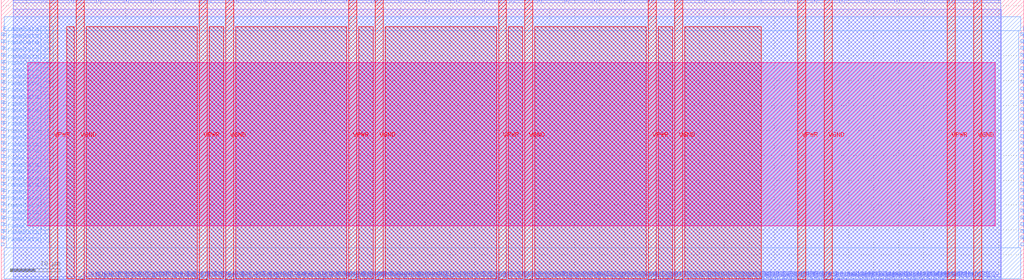
<source format=lef>
VERSION 5.7 ;
  NOWIREEXTENSIONATPIN ON ;
  DIVIDERCHAR "/" ;
  BUSBITCHARS "[]" ;
MACRO N_IO
  CLASS BLOCK ;
  FOREIGN N_IO ;
  ORIGIN 0.000 0.000 ;
  SIZE 205.000 BY 56.250 ;
  PIN A_I_top
    DIRECTION OUTPUT ;
    USE SIGNAL ;
    ANTENNADIFFAREA 0.445500 ;
    PORT
      LAYER met2 ;
        RECT 13.890 55.970 14.170 56.250 ;
    END
  END A_I_top
  PIN A_O_top
    DIRECTION INPUT ;
    USE SIGNAL ;
    ANTENNAGATEAREA 0.159000 ;
    PORT
      LAYER met2 ;
        RECT 8.370 55.970 8.650 56.250 ;
    END
  END A_O_top
  PIN A_T_top
    DIRECTION OUTPUT ;
    USE SIGNAL ;
    ANTENNADIFFAREA 0.445500 ;
    PORT
      LAYER met2 ;
        RECT 19.410 55.970 19.690 56.250 ;
    END
  END A_T_top
  PIN A_config_C_bit0
    DIRECTION OUTPUT ;
    USE SIGNAL ;
    ANTENNADIFFAREA 0.445500 ;
    PORT
      LAYER met2 ;
        RECT 41.490 55.970 41.770 56.250 ;
    END
  END A_config_C_bit0
  PIN A_config_C_bit1
    DIRECTION OUTPUT ;
    USE SIGNAL ;
    ANTENNADIFFAREA 0.445500 ;
    PORT
      LAYER met2 ;
        RECT 47.010 55.970 47.290 56.250 ;
    END
  END A_config_C_bit1
  PIN A_config_C_bit2
    DIRECTION OUTPUT ;
    USE SIGNAL ;
    ANTENNADIFFAREA 0.445500 ;
    PORT
      LAYER met2 ;
        RECT 52.530 55.970 52.810 56.250 ;
    END
  END A_config_C_bit2
  PIN A_config_C_bit3
    DIRECTION OUTPUT ;
    USE SIGNAL ;
    ANTENNADIFFAREA 0.445500 ;
    PORT
      LAYER met2 ;
        RECT 58.050 55.970 58.330 56.250 ;
    END
  END A_config_C_bit3
  PIN B_I_top
    DIRECTION OUTPUT ;
    USE SIGNAL ;
    ANTENNADIFFAREA 0.445500 ;
    PORT
      LAYER met2 ;
        RECT 30.450 55.970 30.730 56.250 ;
    END
  END B_I_top
  PIN B_O_top
    DIRECTION INPUT ;
    USE SIGNAL ;
    ANTENNAGATEAREA 0.159000 ;
    PORT
      LAYER met2 ;
        RECT 24.930 55.970 25.210 56.250 ;
    END
  END B_O_top
  PIN B_T_top
    DIRECTION OUTPUT ;
    USE SIGNAL ;
    ANTENNADIFFAREA 0.445500 ;
    PORT
      LAYER met2 ;
        RECT 35.970 55.970 36.250 56.250 ;
    END
  END B_T_top
  PIN B_config_C_bit0
    DIRECTION OUTPUT ;
    USE SIGNAL ;
    ANTENNADIFFAREA 0.445500 ;
    PORT
      LAYER met2 ;
        RECT 63.570 55.970 63.850 56.250 ;
    END
  END B_config_C_bit0
  PIN B_config_C_bit1
    DIRECTION OUTPUT ;
    USE SIGNAL ;
    ANTENNADIFFAREA 0.445500 ;
    PORT
      LAYER met2 ;
        RECT 69.090 55.970 69.370 56.250 ;
    END
  END B_config_C_bit1
  PIN B_config_C_bit2
    DIRECTION OUTPUT ;
    USE SIGNAL ;
    ANTENNADIFFAREA 0.445500 ;
    PORT
      LAYER met2 ;
        RECT 74.610 55.970 74.890 56.250 ;
    END
  END B_config_C_bit2
  PIN B_config_C_bit3
    DIRECTION OUTPUT ;
    USE SIGNAL ;
    ANTENNADIFFAREA 0.445500 ;
    PORT
      LAYER met2 ;
        RECT 80.130 55.970 80.410 56.250 ;
    END
  END B_config_C_bit3
  PIN Ci
    DIRECTION INPUT ;
    USE SIGNAL ;
    PORT
      LAYER met2 ;
        RECT 87.950 0.000 88.230 0.280 ;
    END
  END Ci
  PIN FrameData[0]
    DIRECTION INPUT ;
    USE SIGNAL ;
    ANTENNAGATEAREA 0.196500 ;
    PORT
      LAYER met3 ;
        RECT 0.000 6.840 0.600 7.440 ;
    END
  END FrameData[0]
  PIN FrameData[10]
    DIRECTION INPUT ;
    USE SIGNAL ;
    ANTENNAGATEAREA 0.213000 ;
    PORT
      LAYER met3 ;
        RECT 0.000 20.440 0.600 21.040 ;
    END
  END FrameData[10]
  PIN FrameData[11]
    DIRECTION INPUT ;
    USE SIGNAL ;
    ANTENNAGATEAREA 0.213000 ;
    PORT
      LAYER met3 ;
        RECT 0.000 21.800 0.600 22.400 ;
    END
  END FrameData[11]
  PIN FrameData[12]
    DIRECTION INPUT ;
    USE SIGNAL ;
    ANTENNAGATEAREA 0.213000 ;
    PORT
      LAYER met3 ;
        RECT 0.000 23.160 0.600 23.760 ;
    END
  END FrameData[12]
  PIN FrameData[13]
    DIRECTION INPUT ;
    USE SIGNAL ;
    ANTENNAGATEAREA 0.213000 ;
    PORT
      LAYER met3 ;
        RECT 0.000 24.520 0.600 25.120 ;
    END
  END FrameData[13]
  PIN FrameData[14]
    DIRECTION INPUT ;
    USE SIGNAL ;
    ANTENNAGATEAREA 0.213000 ;
    PORT
      LAYER met3 ;
        RECT 0.000 25.880 0.600 26.480 ;
    END
  END FrameData[14]
  PIN FrameData[15]
    DIRECTION INPUT ;
    USE SIGNAL ;
    ANTENNAGATEAREA 0.213000 ;
    PORT
      LAYER met3 ;
        RECT 0.000 27.240 0.600 27.840 ;
    END
  END FrameData[15]
  PIN FrameData[16]
    DIRECTION INPUT ;
    USE SIGNAL ;
    ANTENNAGATEAREA 0.213000 ;
    PORT
      LAYER met3 ;
        RECT 0.000 28.600 0.600 29.200 ;
    END
  END FrameData[16]
  PIN FrameData[17]
    DIRECTION INPUT ;
    USE SIGNAL ;
    ANTENNAGATEAREA 0.213000 ;
    PORT
      LAYER met3 ;
        RECT 0.000 29.960 0.600 30.560 ;
    END
  END FrameData[17]
  PIN FrameData[18]
    DIRECTION INPUT ;
    USE SIGNAL ;
    ANTENNAGATEAREA 0.126000 ;
    PORT
      LAYER met3 ;
        RECT 0.000 31.320 0.600 31.920 ;
    END
  END FrameData[18]
  PIN FrameData[19]
    DIRECTION INPUT ;
    USE SIGNAL ;
    ANTENNAGATEAREA 0.126000 ;
    PORT
      LAYER met3 ;
        RECT 0.000 32.680 0.600 33.280 ;
    END
  END FrameData[19]
  PIN FrameData[1]
    DIRECTION INPUT ;
    USE SIGNAL ;
    ANTENNAGATEAREA 0.196500 ;
    PORT
      LAYER met3 ;
        RECT 0.000 8.200 0.600 8.800 ;
    END
  END FrameData[1]
  PIN FrameData[20]
    DIRECTION INPUT ;
    USE SIGNAL ;
    ANTENNAGATEAREA 0.213000 ;
    PORT
      LAYER met3 ;
        RECT 0.000 34.040 0.600 34.640 ;
    END
  END FrameData[20]
  PIN FrameData[21]
    DIRECTION INPUT ;
    USE SIGNAL ;
    ANTENNAGATEAREA 0.213000 ;
    PORT
      LAYER met3 ;
        RECT 0.000 35.400 0.600 36.000 ;
    END
  END FrameData[21]
  PIN FrameData[22]
    DIRECTION INPUT ;
    USE SIGNAL ;
    ANTENNAGATEAREA 0.213000 ;
    PORT
      LAYER met3 ;
        RECT 0.000 36.760 0.600 37.360 ;
    END
  END FrameData[22]
  PIN FrameData[23]
    DIRECTION INPUT ;
    USE SIGNAL ;
    ANTENNAGATEAREA 0.213000 ;
    PORT
      LAYER met3 ;
        RECT 0.000 38.120 0.600 38.720 ;
    END
  END FrameData[23]
  PIN FrameData[24]
    DIRECTION INPUT ;
    USE SIGNAL ;
    ANTENNAGATEAREA 0.213000 ;
    PORT
      LAYER met3 ;
        RECT 0.000 39.480 0.600 40.080 ;
    END
  END FrameData[24]
  PIN FrameData[25]
    DIRECTION INPUT ;
    USE SIGNAL ;
    ANTENNAGATEAREA 0.213000 ;
    PORT
      LAYER met3 ;
        RECT 0.000 40.840 0.600 41.440 ;
    END
  END FrameData[25]
  PIN FrameData[26]
    DIRECTION INPUT ;
    USE SIGNAL ;
    ANTENNAGATEAREA 0.213000 ;
    PORT
      LAYER met3 ;
        RECT 0.000 42.200 0.600 42.800 ;
    END
  END FrameData[26]
  PIN FrameData[27]
    DIRECTION INPUT ;
    USE SIGNAL ;
    ANTENNAGATEAREA 0.213000 ;
    PORT
      LAYER met3 ;
        RECT 0.000 43.560 0.600 44.160 ;
    END
  END FrameData[27]
  PIN FrameData[28]
    DIRECTION INPUT ;
    USE SIGNAL ;
    ANTENNAGATEAREA 0.126000 ;
    PORT
      LAYER met3 ;
        RECT 0.000 44.920 0.600 45.520 ;
    END
  END FrameData[28]
  PIN FrameData[29]
    DIRECTION INPUT ;
    USE SIGNAL ;
    ANTENNAGATEAREA 0.213000 ;
    PORT
      LAYER met3 ;
        RECT 0.000 46.280 0.600 46.880 ;
    END
  END FrameData[29]
  PIN FrameData[2]
    DIRECTION INPUT ;
    USE SIGNAL ;
    ANTENNAGATEAREA 0.213000 ;
    PORT
      LAYER met3 ;
        RECT 0.000 9.560 0.600 10.160 ;
    END
  END FrameData[2]
  PIN FrameData[30]
    DIRECTION INPUT ;
    USE SIGNAL ;
    ANTENNAGATEAREA 0.213000 ;
    PORT
      LAYER met3 ;
        RECT 0.000 47.640 0.600 48.240 ;
    END
  END FrameData[30]
  PIN FrameData[31]
    DIRECTION INPUT ;
    USE SIGNAL ;
    ANTENNAGATEAREA 0.213000 ;
    PORT
      LAYER met3 ;
        RECT 0.000 49.000 0.600 49.600 ;
    END
  END FrameData[31]
  PIN FrameData[3]
    DIRECTION INPUT ;
    USE SIGNAL ;
    ANTENNAGATEAREA 0.213000 ;
    PORT
      LAYER met3 ;
        RECT 0.000 10.920 0.600 11.520 ;
    END
  END FrameData[3]
  PIN FrameData[4]
    DIRECTION INPUT ;
    USE SIGNAL ;
    ANTENNAGATEAREA 0.213000 ;
    PORT
      LAYER met3 ;
        RECT 0.000 12.280 0.600 12.880 ;
    END
  END FrameData[4]
  PIN FrameData[5]
    DIRECTION INPUT ;
    USE SIGNAL ;
    ANTENNAGATEAREA 0.213000 ;
    PORT
      LAYER met3 ;
        RECT 0.000 13.640 0.600 14.240 ;
    END
  END FrameData[5]
  PIN FrameData[6]
    DIRECTION INPUT ;
    USE SIGNAL ;
    ANTENNAGATEAREA 0.213000 ;
    PORT
      LAYER met3 ;
        RECT 0.000 15.000 0.600 15.600 ;
    END
  END FrameData[6]
  PIN FrameData[7]
    DIRECTION INPUT ;
    USE SIGNAL ;
    ANTENNAGATEAREA 0.213000 ;
    PORT
      LAYER met3 ;
        RECT 0.000 16.360 0.600 16.960 ;
    END
  END FrameData[7]
  PIN FrameData[8]
    DIRECTION INPUT ;
    USE SIGNAL ;
    ANTENNAGATEAREA 0.213000 ;
    PORT
      LAYER met3 ;
        RECT 0.000 17.720 0.600 18.320 ;
    END
  END FrameData[8]
  PIN FrameData[9]
    DIRECTION INPUT ;
    USE SIGNAL ;
    ANTENNAGATEAREA 0.213000 ;
    PORT
      LAYER met3 ;
        RECT 0.000 19.080 0.600 19.680 ;
    END
  END FrameData[9]
  PIN FrameData_O[0]
    DIRECTION OUTPUT ;
    USE SIGNAL ;
    ANTENNADIFFAREA 0.445500 ;
    PORT
      LAYER met3 ;
        RECT 204.400 6.840 205.000 7.440 ;
    END
  END FrameData_O[0]
  PIN FrameData_O[10]
    DIRECTION OUTPUT ;
    USE SIGNAL ;
    ANTENNADIFFAREA 0.445500 ;
    PORT
      LAYER met3 ;
        RECT 204.400 20.440 205.000 21.040 ;
    END
  END FrameData_O[10]
  PIN FrameData_O[11]
    DIRECTION OUTPUT ;
    USE SIGNAL ;
    ANTENNADIFFAREA 0.445500 ;
    PORT
      LAYER met3 ;
        RECT 204.400 21.800 205.000 22.400 ;
    END
  END FrameData_O[11]
  PIN FrameData_O[12]
    DIRECTION OUTPUT ;
    USE SIGNAL ;
    ANTENNADIFFAREA 0.445500 ;
    PORT
      LAYER met3 ;
        RECT 204.400 23.160 205.000 23.760 ;
    END
  END FrameData_O[12]
  PIN FrameData_O[13]
    DIRECTION OUTPUT ;
    USE SIGNAL ;
    ANTENNADIFFAREA 0.445500 ;
    PORT
      LAYER met3 ;
        RECT 204.400 24.520 205.000 25.120 ;
    END
  END FrameData_O[13]
  PIN FrameData_O[14]
    DIRECTION OUTPUT ;
    USE SIGNAL ;
    ANTENNADIFFAREA 0.445500 ;
    PORT
      LAYER met3 ;
        RECT 204.400 25.880 205.000 26.480 ;
    END
  END FrameData_O[14]
  PIN FrameData_O[15]
    DIRECTION OUTPUT ;
    USE SIGNAL ;
    ANTENNADIFFAREA 0.445500 ;
    PORT
      LAYER met3 ;
        RECT 204.400 27.240 205.000 27.840 ;
    END
  END FrameData_O[15]
  PIN FrameData_O[16]
    DIRECTION OUTPUT ;
    USE SIGNAL ;
    ANTENNADIFFAREA 0.445500 ;
    PORT
      LAYER met3 ;
        RECT 204.400 28.600 205.000 29.200 ;
    END
  END FrameData_O[16]
  PIN FrameData_O[17]
    DIRECTION OUTPUT ;
    USE SIGNAL ;
    ANTENNADIFFAREA 0.445500 ;
    PORT
      LAYER met3 ;
        RECT 204.400 29.960 205.000 30.560 ;
    END
  END FrameData_O[17]
  PIN FrameData_O[18]
    DIRECTION OUTPUT ;
    USE SIGNAL ;
    ANTENNADIFFAREA 0.445500 ;
    PORT
      LAYER met3 ;
        RECT 204.400 31.320 205.000 31.920 ;
    END
  END FrameData_O[18]
  PIN FrameData_O[19]
    DIRECTION OUTPUT ;
    USE SIGNAL ;
    ANTENNADIFFAREA 0.445500 ;
    PORT
      LAYER met3 ;
        RECT 204.400 32.680 205.000 33.280 ;
    END
  END FrameData_O[19]
  PIN FrameData_O[1]
    DIRECTION OUTPUT ;
    USE SIGNAL ;
    ANTENNADIFFAREA 0.445500 ;
    PORT
      LAYER met3 ;
        RECT 204.400 8.200 205.000 8.800 ;
    END
  END FrameData_O[1]
  PIN FrameData_O[20]
    DIRECTION OUTPUT ;
    USE SIGNAL ;
    ANTENNADIFFAREA 0.445500 ;
    PORT
      LAYER met3 ;
        RECT 204.400 34.040 205.000 34.640 ;
    END
  END FrameData_O[20]
  PIN FrameData_O[21]
    DIRECTION OUTPUT ;
    USE SIGNAL ;
    ANTENNADIFFAREA 0.445500 ;
    PORT
      LAYER met3 ;
        RECT 204.400 35.400 205.000 36.000 ;
    END
  END FrameData_O[21]
  PIN FrameData_O[22]
    DIRECTION OUTPUT ;
    USE SIGNAL ;
    ANTENNADIFFAREA 0.445500 ;
    PORT
      LAYER met3 ;
        RECT 204.400 36.760 205.000 37.360 ;
    END
  END FrameData_O[22]
  PIN FrameData_O[23]
    DIRECTION OUTPUT ;
    USE SIGNAL ;
    ANTENNADIFFAREA 0.445500 ;
    PORT
      LAYER met3 ;
        RECT 204.400 38.120 205.000 38.720 ;
    END
  END FrameData_O[23]
  PIN FrameData_O[24]
    DIRECTION OUTPUT ;
    USE SIGNAL ;
    ANTENNADIFFAREA 0.445500 ;
    PORT
      LAYER met3 ;
        RECT 204.400 39.480 205.000 40.080 ;
    END
  END FrameData_O[24]
  PIN FrameData_O[25]
    DIRECTION OUTPUT ;
    USE SIGNAL ;
    ANTENNADIFFAREA 0.445500 ;
    PORT
      LAYER met3 ;
        RECT 204.400 40.840 205.000 41.440 ;
    END
  END FrameData_O[25]
  PIN FrameData_O[26]
    DIRECTION OUTPUT ;
    USE SIGNAL ;
    ANTENNADIFFAREA 0.445500 ;
    PORT
      LAYER met3 ;
        RECT 204.400 42.200 205.000 42.800 ;
    END
  END FrameData_O[26]
  PIN FrameData_O[27]
    DIRECTION OUTPUT ;
    USE SIGNAL ;
    ANTENNADIFFAREA 0.445500 ;
    PORT
      LAYER met3 ;
        RECT 204.400 43.560 205.000 44.160 ;
    END
  END FrameData_O[27]
  PIN FrameData_O[28]
    DIRECTION OUTPUT ;
    USE SIGNAL ;
    ANTENNADIFFAREA 0.445500 ;
    PORT
      LAYER met3 ;
        RECT 204.400 44.920 205.000 45.520 ;
    END
  END FrameData_O[28]
  PIN FrameData_O[29]
    DIRECTION OUTPUT ;
    USE SIGNAL ;
    ANTENNADIFFAREA 0.445500 ;
    PORT
      LAYER met3 ;
        RECT 204.400 46.280 205.000 46.880 ;
    END
  END FrameData_O[29]
  PIN FrameData_O[2]
    DIRECTION OUTPUT ;
    USE SIGNAL ;
    ANTENNADIFFAREA 0.445500 ;
    PORT
      LAYER met3 ;
        RECT 204.400 9.560 205.000 10.160 ;
    END
  END FrameData_O[2]
  PIN FrameData_O[30]
    DIRECTION OUTPUT ;
    USE SIGNAL ;
    ANTENNADIFFAREA 0.445500 ;
    PORT
      LAYER met3 ;
        RECT 204.400 47.640 205.000 48.240 ;
    END
  END FrameData_O[30]
  PIN FrameData_O[31]
    DIRECTION OUTPUT ;
    USE SIGNAL ;
    ANTENNADIFFAREA 0.445500 ;
    PORT
      LAYER met3 ;
        RECT 204.400 49.000 205.000 49.600 ;
    END
  END FrameData_O[31]
  PIN FrameData_O[3]
    DIRECTION OUTPUT ;
    USE SIGNAL ;
    ANTENNADIFFAREA 0.445500 ;
    PORT
      LAYER met3 ;
        RECT 204.400 10.920 205.000 11.520 ;
    END
  END FrameData_O[3]
  PIN FrameData_O[4]
    DIRECTION OUTPUT ;
    USE SIGNAL ;
    ANTENNADIFFAREA 0.445500 ;
    PORT
      LAYER met3 ;
        RECT 204.400 12.280 205.000 12.880 ;
    END
  END FrameData_O[4]
  PIN FrameData_O[5]
    DIRECTION OUTPUT ;
    USE SIGNAL ;
    ANTENNADIFFAREA 0.445500 ;
    PORT
      LAYER met3 ;
        RECT 204.400 13.640 205.000 14.240 ;
    END
  END FrameData_O[5]
  PIN FrameData_O[6]
    DIRECTION OUTPUT ;
    USE SIGNAL ;
    ANTENNADIFFAREA 0.445500 ;
    PORT
      LAYER met3 ;
        RECT 204.400 15.000 205.000 15.600 ;
    END
  END FrameData_O[6]
  PIN FrameData_O[7]
    DIRECTION OUTPUT ;
    USE SIGNAL ;
    ANTENNADIFFAREA 0.445500 ;
    PORT
      LAYER met3 ;
        RECT 204.400 16.360 205.000 16.960 ;
    END
  END FrameData_O[7]
  PIN FrameData_O[8]
    DIRECTION OUTPUT ;
    USE SIGNAL ;
    ANTENNADIFFAREA 0.445500 ;
    PORT
      LAYER met3 ;
        RECT 204.400 17.720 205.000 18.320 ;
    END
  END FrameData_O[8]
  PIN FrameData_O[9]
    DIRECTION OUTPUT ;
    USE SIGNAL ;
    ANTENNADIFFAREA 0.445500 ;
    PORT
      LAYER met3 ;
        RECT 204.400 19.080 205.000 19.680 ;
    END
  END FrameData_O[9]
  PIN FrameStrobe[0]
    DIRECTION INPUT ;
    USE SIGNAL ;
    ANTENNAGATEAREA 0.647700 ;
    ANTENNADIFFAREA 0.434700 ;
    PORT
      LAYER met2 ;
        RECT 162.470 0.000 162.750 0.280 ;
    END
  END FrameStrobe[0]
  PIN FrameStrobe[10]
    DIRECTION INPUT ;
    USE SIGNAL ;
    ANTENNAGATEAREA 0.196500 ;
    PORT
      LAYER met2 ;
        RECT 176.270 0.000 176.550 0.280 ;
    END
  END FrameStrobe[10]
  PIN FrameStrobe[11]
    DIRECTION INPUT ;
    USE SIGNAL ;
    ANTENNAGATEAREA 0.196500 ;
    PORT
      LAYER met2 ;
        RECT 177.650 0.000 177.930 0.280 ;
    END
  END FrameStrobe[11]
  PIN FrameStrobe[12]
    DIRECTION INPUT ;
    USE SIGNAL ;
    ANTENNAGATEAREA 0.196500 ;
    PORT
      LAYER met2 ;
        RECT 179.030 0.000 179.310 0.280 ;
    END
  END FrameStrobe[12]
  PIN FrameStrobe[13]
    DIRECTION INPUT ;
    USE SIGNAL ;
    ANTENNAGATEAREA 0.196500 ;
    PORT
      LAYER met2 ;
        RECT 180.410 0.000 180.690 0.280 ;
    END
  END FrameStrobe[13]
  PIN FrameStrobe[14]
    DIRECTION INPUT ;
    USE SIGNAL ;
    ANTENNAGATEAREA 0.196500 ;
    PORT
      LAYER met2 ;
        RECT 181.790 0.000 182.070 0.280 ;
    END
  END FrameStrobe[14]
  PIN FrameStrobe[15]
    DIRECTION INPUT ;
    USE SIGNAL ;
    ANTENNAGATEAREA 0.196500 ;
    PORT
      LAYER met2 ;
        RECT 183.170 0.000 183.450 0.280 ;
    END
  END FrameStrobe[15]
  PIN FrameStrobe[16]
    DIRECTION INPUT ;
    USE SIGNAL ;
    ANTENNAGATEAREA 0.196500 ;
    PORT
      LAYER met2 ;
        RECT 184.550 0.000 184.830 0.280 ;
    END
  END FrameStrobe[16]
  PIN FrameStrobe[17]
    DIRECTION INPUT ;
    USE SIGNAL ;
    ANTENNAGATEAREA 0.196500 ;
    PORT
      LAYER met2 ;
        RECT 185.930 0.000 186.210 0.280 ;
    END
  END FrameStrobe[17]
  PIN FrameStrobe[18]
    DIRECTION INPUT ;
    USE SIGNAL ;
    ANTENNAGATEAREA 0.196500 ;
    PORT
      LAYER met2 ;
        RECT 187.310 0.000 187.590 0.280 ;
    END
  END FrameStrobe[18]
  PIN FrameStrobe[19]
    DIRECTION INPUT ;
    USE SIGNAL ;
    ANTENNAGATEAREA 0.196500 ;
    PORT
      LAYER met2 ;
        RECT 188.690 0.000 188.970 0.280 ;
    END
  END FrameStrobe[19]
  PIN FrameStrobe[1]
    DIRECTION INPUT ;
    USE SIGNAL ;
    ANTENNAGATEAREA 0.647700 ;
    ANTENNADIFFAREA 0.434700 ;
    PORT
      LAYER met2 ;
        RECT 163.850 0.000 164.130 0.280 ;
    END
  END FrameStrobe[1]
  PIN FrameStrobe[2]
    DIRECTION INPUT ;
    USE SIGNAL ;
    ANTENNAGATEAREA 0.213000 ;
    PORT
      LAYER met2 ;
        RECT 165.230 0.000 165.510 0.280 ;
    END
  END FrameStrobe[2]
  PIN FrameStrobe[3]
    DIRECTION INPUT ;
    USE SIGNAL ;
    ANTENNAGATEAREA 0.593700 ;
    ANTENNADIFFAREA 0.434700 ;
    PORT
      LAYER met2 ;
        RECT 166.610 0.000 166.890 0.280 ;
    END
  END FrameStrobe[3]
  PIN FrameStrobe[4]
    DIRECTION INPUT ;
    USE SIGNAL ;
    ANTENNAGATEAREA 0.196500 ;
    PORT
      LAYER met2 ;
        RECT 167.990 0.000 168.270 0.280 ;
    END
  END FrameStrobe[4]
  PIN FrameStrobe[5]
    DIRECTION INPUT ;
    USE SIGNAL ;
    ANTENNAGATEAREA 0.196500 ;
    PORT
      LAYER met2 ;
        RECT 169.370 0.000 169.650 0.280 ;
    END
  END FrameStrobe[5]
  PIN FrameStrobe[6]
    DIRECTION INPUT ;
    USE SIGNAL ;
    ANTENNAGATEAREA 0.196500 ;
    PORT
      LAYER met2 ;
        RECT 170.750 0.000 171.030 0.280 ;
    END
  END FrameStrobe[6]
  PIN FrameStrobe[7]
    DIRECTION INPUT ;
    USE SIGNAL ;
    ANTENNAGATEAREA 0.196500 ;
    PORT
      LAYER met2 ;
        RECT 172.130 0.000 172.410 0.280 ;
    END
  END FrameStrobe[7]
  PIN FrameStrobe[8]
    DIRECTION INPUT ;
    USE SIGNAL ;
    ANTENNAGATEAREA 0.196500 ;
    PORT
      LAYER met2 ;
        RECT 173.510 0.000 173.790 0.280 ;
    END
  END FrameStrobe[8]
  PIN FrameStrobe[9]
    DIRECTION INPUT ;
    USE SIGNAL ;
    ANTENNAGATEAREA 0.196500 ;
    PORT
      LAYER met2 ;
        RECT 174.890 0.000 175.170 0.280 ;
    END
  END FrameStrobe[9]
  PIN FrameStrobe_O[0]
    DIRECTION OUTPUT ;
    USE SIGNAL ;
    ANTENNADIFFAREA 0.445500 ;
    PORT
      LAYER met2 ;
        RECT 91.170 55.970 91.450 56.250 ;
    END
  END FrameStrobe_O[0]
  PIN FrameStrobe_O[10]
    DIRECTION OUTPUT ;
    USE SIGNAL ;
    ANTENNADIFFAREA 0.445500 ;
    PORT
      LAYER met2 ;
        RECT 146.370 55.970 146.650 56.250 ;
    END
  END FrameStrobe_O[10]
  PIN FrameStrobe_O[11]
    DIRECTION OUTPUT ;
    USE SIGNAL ;
    ANTENNADIFFAREA 0.445500 ;
    PORT
      LAYER met2 ;
        RECT 151.890 55.970 152.170 56.250 ;
    END
  END FrameStrobe_O[11]
  PIN FrameStrobe_O[12]
    DIRECTION OUTPUT ;
    USE SIGNAL ;
    ANTENNADIFFAREA 0.445500 ;
    PORT
      LAYER met2 ;
        RECT 157.410 55.970 157.690 56.250 ;
    END
  END FrameStrobe_O[12]
  PIN FrameStrobe_O[13]
    DIRECTION OUTPUT ;
    USE SIGNAL ;
    ANTENNADIFFAREA 0.445500 ;
    PORT
      LAYER met2 ;
        RECT 162.930 55.970 163.210 56.250 ;
    END
  END FrameStrobe_O[13]
  PIN FrameStrobe_O[14]
    DIRECTION OUTPUT ;
    USE SIGNAL ;
    ANTENNADIFFAREA 0.445500 ;
    PORT
      LAYER met2 ;
        RECT 168.450 55.970 168.730 56.250 ;
    END
  END FrameStrobe_O[14]
  PIN FrameStrobe_O[15]
    DIRECTION OUTPUT ;
    USE SIGNAL ;
    ANTENNADIFFAREA 0.445500 ;
    PORT
      LAYER met2 ;
        RECT 173.970 55.970 174.250 56.250 ;
    END
  END FrameStrobe_O[15]
  PIN FrameStrobe_O[16]
    DIRECTION OUTPUT ;
    USE SIGNAL ;
    ANTENNADIFFAREA 0.445500 ;
    PORT
      LAYER met2 ;
        RECT 179.490 55.970 179.770 56.250 ;
    END
  END FrameStrobe_O[16]
  PIN FrameStrobe_O[17]
    DIRECTION OUTPUT ;
    USE SIGNAL ;
    ANTENNADIFFAREA 0.445500 ;
    PORT
      LAYER met2 ;
        RECT 185.010 55.970 185.290 56.250 ;
    END
  END FrameStrobe_O[17]
  PIN FrameStrobe_O[18]
    DIRECTION OUTPUT ;
    USE SIGNAL ;
    ANTENNADIFFAREA 0.445500 ;
    PORT
      LAYER met2 ;
        RECT 190.530 55.970 190.810 56.250 ;
    END
  END FrameStrobe_O[18]
  PIN FrameStrobe_O[19]
    DIRECTION OUTPUT ;
    USE SIGNAL ;
    ANTENNADIFFAREA 0.445500 ;
    PORT
      LAYER met2 ;
        RECT 196.050 55.970 196.330 56.250 ;
    END
  END FrameStrobe_O[19]
  PIN FrameStrobe_O[1]
    DIRECTION OUTPUT ;
    USE SIGNAL ;
    ANTENNADIFFAREA 0.445500 ;
    PORT
      LAYER met2 ;
        RECT 96.690 55.970 96.970 56.250 ;
    END
  END FrameStrobe_O[1]
  PIN FrameStrobe_O[2]
    DIRECTION OUTPUT ;
    USE SIGNAL ;
    ANTENNADIFFAREA 0.445500 ;
    PORT
      LAYER met2 ;
        RECT 102.210 55.970 102.490 56.250 ;
    END
  END FrameStrobe_O[2]
  PIN FrameStrobe_O[3]
    DIRECTION OUTPUT ;
    USE SIGNAL ;
    ANTENNADIFFAREA 0.445500 ;
    PORT
      LAYER met2 ;
        RECT 107.730 55.970 108.010 56.250 ;
    END
  END FrameStrobe_O[3]
  PIN FrameStrobe_O[4]
    DIRECTION OUTPUT ;
    USE SIGNAL ;
    ANTENNADIFFAREA 0.445500 ;
    PORT
      LAYER met2 ;
        RECT 113.250 55.970 113.530 56.250 ;
    END
  END FrameStrobe_O[4]
  PIN FrameStrobe_O[5]
    DIRECTION OUTPUT ;
    USE SIGNAL ;
    ANTENNADIFFAREA 0.445500 ;
    PORT
      LAYER met2 ;
        RECT 118.770 55.970 119.050 56.250 ;
    END
  END FrameStrobe_O[5]
  PIN FrameStrobe_O[6]
    DIRECTION OUTPUT ;
    USE SIGNAL ;
    ANTENNADIFFAREA 0.445500 ;
    PORT
      LAYER met2 ;
        RECT 124.290 55.970 124.570 56.250 ;
    END
  END FrameStrobe_O[6]
  PIN FrameStrobe_O[7]
    DIRECTION OUTPUT ;
    USE SIGNAL ;
    ANTENNADIFFAREA 0.445500 ;
    PORT
      LAYER met2 ;
        RECT 129.810 55.970 130.090 56.250 ;
    END
  END FrameStrobe_O[7]
  PIN FrameStrobe_O[8]
    DIRECTION OUTPUT ;
    USE SIGNAL ;
    ANTENNADIFFAREA 0.445500 ;
    PORT
      LAYER met2 ;
        RECT 135.330 55.970 135.610 56.250 ;
    END
  END FrameStrobe_O[8]
  PIN FrameStrobe_O[9]
    DIRECTION OUTPUT ;
    USE SIGNAL ;
    ANTENNADIFFAREA 0.445500 ;
    PORT
      LAYER met2 ;
        RECT 140.850 55.970 141.130 56.250 ;
    END
  END FrameStrobe_O[9]
  PIN N1END[0]
    DIRECTION INPUT ;
    USE SIGNAL ;
    ANTENNAGATEAREA 0.213000 ;
    PORT
      LAYER met2 ;
        RECT 16.190 0.000 16.470 0.280 ;
    END
  END N1END[0]
  PIN N1END[1]
    DIRECTION INPUT ;
    USE SIGNAL ;
    ANTENNAGATEAREA 0.213000 ;
    PORT
      LAYER met2 ;
        RECT 17.570 0.000 17.850 0.280 ;
    END
  END N1END[1]
  PIN N1END[2]
    DIRECTION INPUT ;
    USE SIGNAL ;
    ANTENNAGATEAREA 0.196500 ;
    PORT
      LAYER met2 ;
        RECT 18.950 0.000 19.230 0.280 ;
    END
  END N1END[2]
  PIN N1END[3]
    DIRECTION INPUT ;
    USE SIGNAL ;
    ANTENNAGATEAREA 0.213000 ;
    PORT
      LAYER met2 ;
        RECT 20.330 0.000 20.610 0.280 ;
    END
  END N1END[3]
  PIN N2END[0]
    DIRECTION INPUT ;
    USE SIGNAL ;
    ANTENNAGATEAREA 0.213000 ;
    PORT
      LAYER met2 ;
        RECT 32.750 0.000 33.030 0.280 ;
    END
  END N2END[0]
  PIN N2END[1]
    DIRECTION INPUT ;
    USE SIGNAL ;
    ANTENNAGATEAREA 0.196500 ;
    PORT
      LAYER met2 ;
        RECT 34.130 0.000 34.410 0.280 ;
    END
  END N2END[1]
  PIN N2END[2]
    DIRECTION INPUT ;
    USE SIGNAL ;
    ANTENNAGATEAREA 0.196500 ;
    PORT
      LAYER met2 ;
        RECT 35.510 0.000 35.790 0.280 ;
    END
  END N2END[2]
  PIN N2END[3]
    DIRECTION INPUT ;
    USE SIGNAL ;
    ANTENNAGATEAREA 0.196500 ;
    PORT
      LAYER met2 ;
        RECT 36.890 0.000 37.170 0.280 ;
    END
  END N2END[3]
  PIN N2END[4]
    DIRECTION INPUT ;
    USE SIGNAL ;
    ANTENNAGATEAREA 0.196500 ;
    PORT
      LAYER met2 ;
        RECT 38.270 0.000 38.550 0.280 ;
    END
  END N2END[4]
  PIN N2END[5]
    DIRECTION INPUT ;
    USE SIGNAL ;
    ANTENNAGATEAREA 0.126000 ;
    PORT
      LAYER met2 ;
        RECT 39.650 0.000 39.930 0.280 ;
    END
  END N2END[5]
  PIN N2END[6]
    DIRECTION INPUT ;
    USE SIGNAL ;
    ANTENNAGATEAREA 0.196500 ;
    PORT
      LAYER met2 ;
        RECT 41.030 0.000 41.310 0.280 ;
    END
  END N2END[6]
  PIN N2END[7]
    DIRECTION INPUT ;
    USE SIGNAL ;
    ANTENNAGATEAREA 0.196500 ;
    PORT
      LAYER met2 ;
        RECT 42.410 0.000 42.690 0.280 ;
    END
  END N2END[7]
  PIN N2MID[0]
    DIRECTION INPUT ;
    USE SIGNAL ;
    ANTENNAGATEAREA 0.196500 ;
    PORT
      LAYER met2 ;
        RECT 21.710 0.000 21.990 0.280 ;
    END
  END N2MID[0]
  PIN N2MID[1]
    DIRECTION INPUT ;
    USE SIGNAL ;
    ANTENNAGATEAREA 0.196500 ;
    PORT
      LAYER met2 ;
        RECT 23.090 0.000 23.370 0.280 ;
    END
  END N2MID[1]
  PIN N2MID[2]
    DIRECTION INPUT ;
    USE SIGNAL ;
    ANTENNAGATEAREA 0.196500 ;
    PORT
      LAYER met2 ;
        RECT 24.470 0.000 24.750 0.280 ;
    END
  END N2MID[2]
  PIN N2MID[3]
    DIRECTION INPUT ;
    USE SIGNAL ;
    ANTENNAGATEAREA 0.196500 ;
    PORT
      LAYER met2 ;
        RECT 25.850 0.000 26.130 0.280 ;
    END
  END N2MID[3]
  PIN N2MID[4]
    DIRECTION INPUT ;
    USE SIGNAL ;
    ANTENNAGATEAREA 0.196500 ;
    PORT
      LAYER met2 ;
        RECT 27.230 0.000 27.510 0.280 ;
    END
  END N2MID[4]
  PIN N2MID[5]
    DIRECTION INPUT ;
    USE SIGNAL ;
    ANTENNAGATEAREA 0.126000 ;
    PORT
      LAYER met2 ;
        RECT 28.610 0.000 28.890 0.280 ;
    END
  END N2MID[5]
  PIN N2MID[6]
    DIRECTION INPUT ;
    USE SIGNAL ;
    ANTENNAGATEAREA 0.196500 ;
    PORT
      LAYER met2 ;
        RECT 29.990 0.000 30.270 0.280 ;
    END
  END N2MID[6]
  PIN N2MID[7]
    DIRECTION INPUT ;
    USE SIGNAL ;
    ANTENNAGATEAREA 0.126000 ;
    PORT
      LAYER met2 ;
        RECT 31.370 0.000 31.650 0.280 ;
    END
  END N2MID[7]
  PIN N4END[0]
    DIRECTION INPUT ;
    USE SIGNAL ;
    ANTENNAGATEAREA 0.213000 ;
    PORT
      LAYER met2 ;
        RECT 43.790 0.000 44.070 0.280 ;
    END
  END N4END[0]
  PIN N4END[10]
    DIRECTION INPUT ;
    USE SIGNAL ;
    ANTENNAGATEAREA 0.126000 ;
    PORT
      LAYER met2 ;
        RECT 57.590 0.000 57.870 0.280 ;
    END
  END N4END[10]
  PIN N4END[11]
    DIRECTION INPUT ;
    USE SIGNAL ;
    ANTENNAGATEAREA 0.196500 ;
    PORT
      LAYER met2 ;
        RECT 58.970 0.000 59.250 0.280 ;
    END
  END N4END[11]
  PIN N4END[12]
    DIRECTION INPUT ;
    USE SIGNAL ;
    ANTENNAGATEAREA 0.196500 ;
    PORT
      LAYER met2 ;
        RECT 60.350 0.000 60.630 0.280 ;
    END
  END N4END[12]
  PIN N4END[13]
    DIRECTION INPUT ;
    USE SIGNAL ;
    ANTENNAGATEAREA 0.196500 ;
    PORT
      LAYER met2 ;
        RECT 61.730 0.000 62.010 0.280 ;
    END
  END N4END[13]
  PIN N4END[14]
    DIRECTION INPUT ;
    USE SIGNAL ;
    ANTENNAGATEAREA 0.196500 ;
    PORT
      LAYER met2 ;
        RECT 63.110 0.000 63.390 0.280 ;
    END
  END N4END[14]
  PIN N4END[15]
    DIRECTION INPUT ;
    USE SIGNAL ;
    ANTENNAGATEAREA 0.196500 ;
    PORT
      LAYER met2 ;
        RECT 64.490 0.000 64.770 0.280 ;
    END
  END N4END[15]
  PIN N4END[1]
    DIRECTION INPUT ;
    USE SIGNAL ;
    ANTENNAGATEAREA 0.213000 ;
    PORT
      LAYER met2 ;
        RECT 45.170 0.000 45.450 0.280 ;
    END
  END N4END[1]
  PIN N4END[2]
    DIRECTION INPUT ;
    USE SIGNAL ;
    ANTENNAGATEAREA 0.126000 ;
    PORT
      LAYER met2 ;
        RECT 46.550 0.000 46.830 0.280 ;
    END
  END N4END[2]
  PIN N4END[3]
    DIRECTION INPUT ;
    USE SIGNAL ;
    ANTENNAGATEAREA 0.213000 ;
    PORT
      LAYER met2 ;
        RECT 47.930 0.000 48.210 0.280 ;
    END
  END N4END[3]
  PIN N4END[4]
    DIRECTION INPUT ;
    USE SIGNAL ;
    ANTENNAGATEAREA 0.213000 ;
    PORT
      LAYER met2 ;
        RECT 49.310 0.000 49.590 0.280 ;
    END
  END N4END[4]
  PIN N4END[5]
    DIRECTION INPUT ;
    USE SIGNAL ;
    ANTENNAGATEAREA 0.213000 ;
    PORT
      LAYER met2 ;
        RECT 50.690 0.000 50.970 0.280 ;
    END
  END N4END[5]
  PIN N4END[6]
    DIRECTION INPUT ;
    USE SIGNAL ;
    ANTENNAGATEAREA 0.213000 ;
    PORT
      LAYER met2 ;
        RECT 52.070 0.000 52.350 0.280 ;
    END
  END N4END[6]
  PIN N4END[7]
    DIRECTION INPUT ;
    USE SIGNAL ;
    ANTENNAGATEAREA 0.213000 ;
    PORT
      LAYER met2 ;
        RECT 53.450 0.000 53.730 0.280 ;
    END
  END N4END[7]
  PIN N4END[8]
    DIRECTION INPUT ;
    USE SIGNAL ;
    ANTENNAGATEAREA 0.126000 ;
    PORT
      LAYER met2 ;
        RECT 54.830 0.000 55.110 0.280 ;
    END
  END N4END[8]
  PIN N4END[9]
    DIRECTION INPUT ;
    USE SIGNAL ;
    ANTENNAGATEAREA 0.196500 ;
    PORT
      LAYER met2 ;
        RECT 56.210 0.000 56.490 0.280 ;
    END
  END N4END[9]
  PIN NN4END[0]
    DIRECTION INPUT ;
    USE SIGNAL ;
    ANTENNAGATEAREA 0.196500 ;
    PORT
      LAYER met2 ;
        RECT 65.870 0.000 66.150 0.280 ;
    END
  END NN4END[0]
  PIN NN4END[10]
    DIRECTION INPUT ;
    USE SIGNAL ;
    ANTENNAGATEAREA 0.196500 ;
    PORT
      LAYER met2 ;
        RECT 79.670 0.000 79.950 0.280 ;
    END
  END NN4END[10]
  PIN NN4END[11]
    DIRECTION INPUT ;
    USE SIGNAL ;
    ANTENNAGATEAREA 0.196500 ;
    PORT
      LAYER met2 ;
        RECT 81.050 0.000 81.330 0.280 ;
    END
  END NN4END[11]
  PIN NN4END[12]
    DIRECTION INPUT ;
    USE SIGNAL ;
    ANTENNAGATEAREA 0.213000 ;
    PORT
      LAYER met2 ;
        RECT 82.430 0.000 82.710 0.280 ;
    END
  END NN4END[12]
  PIN NN4END[13]
    DIRECTION INPUT ;
    USE SIGNAL ;
    ANTENNAGATEAREA 0.126000 ;
    PORT
      LAYER met2 ;
        RECT 83.810 0.000 84.090 0.280 ;
    END
  END NN4END[13]
  PIN NN4END[14]
    DIRECTION INPUT ;
    USE SIGNAL ;
    ANTENNAGATEAREA 0.126000 ;
    PORT
      LAYER met2 ;
        RECT 85.190 0.000 85.470 0.280 ;
    END
  END NN4END[14]
  PIN NN4END[15]
    DIRECTION INPUT ;
    USE SIGNAL ;
    ANTENNAGATEAREA 0.196500 ;
    PORT
      LAYER met2 ;
        RECT 86.570 0.000 86.850 0.280 ;
    END
  END NN4END[15]
  PIN NN4END[1]
    DIRECTION INPUT ;
    USE SIGNAL ;
    ANTENNAGATEAREA 0.196500 ;
    PORT
      LAYER met2 ;
        RECT 67.250 0.000 67.530 0.280 ;
    END
  END NN4END[1]
  PIN NN4END[2]
    DIRECTION INPUT ;
    USE SIGNAL ;
    ANTENNAGATEAREA 0.196500 ;
    PORT
      LAYER met2 ;
        RECT 68.630 0.000 68.910 0.280 ;
    END
  END NN4END[2]
  PIN NN4END[3]
    DIRECTION INPUT ;
    USE SIGNAL ;
    ANTENNAGATEAREA 0.196500 ;
    PORT
      LAYER met2 ;
        RECT 70.010 0.000 70.290 0.280 ;
    END
  END NN4END[3]
  PIN NN4END[4]
    DIRECTION INPUT ;
    USE SIGNAL ;
    ANTENNAGATEAREA 0.213000 ;
    PORT
      LAYER met2 ;
        RECT 71.390 0.000 71.670 0.280 ;
    END
  END NN4END[4]
  PIN NN4END[5]
    DIRECTION INPUT ;
    USE SIGNAL ;
    ANTENNAGATEAREA 0.196500 ;
    PORT
      LAYER met2 ;
        RECT 72.770 0.000 73.050 0.280 ;
    END
  END NN4END[5]
  PIN NN4END[6]
    DIRECTION INPUT ;
    USE SIGNAL ;
    ANTENNAGATEAREA 0.196500 ;
    PORT
      LAYER met2 ;
        RECT 74.150 0.000 74.430 0.280 ;
    END
  END NN4END[6]
  PIN NN4END[7]
    DIRECTION INPUT ;
    USE SIGNAL ;
    ANTENNAGATEAREA 0.196500 ;
    PORT
      LAYER met2 ;
        RECT 75.530 0.000 75.810 0.280 ;
    END
  END NN4END[7]
  PIN NN4END[8]
    DIRECTION INPUT ;
    USE SIGNAL ;
    ANTENNAGATEAREA 0.196500 ;
    PORT
      LAYER met2 ;
        RECT 76.910 0.000 77.190 0.280 ;
    END
  END NN4END[8]
  PIN NN4END[9]
    DIRECTION INPUT ;
    USE SIGNAL ;
    ANTENNAGATEAREA 0.196500 ;
    PORT
      LAYER met2 ;
        RECT 78.290 0.000 78.570 0.280 ;
    END
  END NN4END[9]
  PIN S1BEG[0]
    DIRECTION OUTPUT ;
    USE SIGNAL ;
    ANTENNADIFFAREA 0.445500 ;
    PORT
      LAYER met2 ;
        RECT 89.330 0.000 89.610 0.280 ;
    END
  END S1BEG[0]
  PIN S1BEG[1]
    DIRECTION OUTPUT ;
    USE SIGNAL ;
    ANTENNADIFFAREA 0.445500 ;
    PORT
      LAYER met2 ;
        RECT 90.710 0.000 90.990 0.280 ;
    END
  END S1BEG[1]
  PIN S1BEG[2]
    DIRECTION OUTPUT ;
    USE SIGNAL ;
    ANTENNADIFFAREA 0.445500 ;
    PORT
      LAYER met2 ;
        RECT 92.090 0.000 92.370 0.280 ;
    END
  END S1BEG[2]
  PIN S1BEG[3]
    DIRECTION OUTPUT ;
    USE SIGNAL ;
    ANTENNADIFFAREA 0.445500 ;
    PORT
      LAYER met2 ;
        RECT 93.470 0.000 93.750 0.280 ;
    END
  END S1BEG[3]
  PIN S2BEG[0]
    DIRECTION OUTPUT ;
    USE SIGNAL ;
    ANTENNADIFFAREA 0.445500 ;
    PORT
      LAYER met2 ;
        RECT 94.850 0.000 95.130 0.280 ;
    END
  END S2BEG[0]
  PIN S2BEG[1]
    DIRECTION OUTPUT ;
    USE SIGNAL ;
    ANTENNADIFFAREA 0.445500 ;
    PORT
      LAYER met2 ;
        RECT 96.230 0.000 96.510 0.280 ;
    END
  END S2BEG[1]
  PIN S2BEG[2]
    DIRECTION OUTPUT ;
    USE SIGNAL ;
    ANTENNADIFFAREA 0.445500 ;
    PORT
      LAYER met2 ;
        RECT 97.610 0.000 97.890 0.280 ;
    END
  END S2BEG[2]
  PIN S2BEG[3]
    DIRECTION OUTPUT ;
    USE SIGNAL ;
    ANTENNADIFFAREA 0.445500 ;
    PORT
      LAYER met2 ;
        RECT 98.990 0.000 99.270 0.280 ;
    END
  END S2BEG[3]
  PIN S2BEG[4]
    DIRECTION OUTPUT ;
    USE SIGNAL ;
    ANTENNADIFFAREA 0.445500 ;
    PORT
      LAYER met2 ;
        RECT 100.370 0.000 100.650 0.280 ;
    END
  END S2BEG[4]
  PIN S2BEG[5]
    DIRECTION OUTPUT ;
    USE SIGNAL ;
    ANTENNADIFFAREA 0.445500 ;
    PORT
      LAYER met2 ;
        RECT 101.750 0.000 102.030 0.280 ;
    END
  END S2BEG[5]
  PIN S2BEG[6]
    DIRECTION OUTPUT ;
    USE SIGNAL ;
    ANTENNADIFFAREA 0.445500 ;
    PORT
      LAYER met2 ;
        RECT 103.130 0.000 103.410 0.280 ;
    END
  END S2BEG[6]
  PIN S2BEG[7]
    DIRECTION OUTPUT ;
    USE SIGNAL ;
    ANTENNADIFFAREA 0.445500 ;
    PORT
      LAYER met2 ;
        RECT 104.510 0.000 104.790 0.280 ;
    END
  END S2BEG[7]
  PIN S2BEGb[0]
    DIRECTION OUTPUT ;
    USE SIGNAL ;
    ANTENNADIFFAREA 0.445500 ;
    PORT
      LAYER met2 ;
        RECT 105.890 0.000 106.170 0.280 ;
    END
  END S2BEGb[0]
  PIN S2BEGb[1]
    DIRECTION OUTPUT ;
    USE SIGNAL ;
    ANTENNADIFFAREA 0.445500 ;
    PORT
      LAYER met2 ;
        RECT 107.270 0.000 107.550 0.280 ;
    END
  END S2BEGb[1]
  PIN S2BEGb[2]
    DIRECTION OUTPUT ;
    USE SIGNAL ;
    ANTENNADIFFAREA 0.445500 ;
    PORT
      LAYER met2 ;
        RECT 108.650 0.000 108.930 0.280 ;
    END
  END S2BEGb[2]
  PIN S2BEGb[3]
    DIRECTION OUTPUT ;
    USE SIGNAL ;
    ANTENNADIFFAREA 0.445500 ;
    PORT
      LAYER met2 ;
        RECT 110.030 0.000 110.310 0.280 ;
    END
  END S2BEGb[3]
  PIN S2BEGb[4]
    DIRECTION OUTPUT ;
    USE SIGNAL ;
    ANTENNADIFFAREA 0.445500 ;
    PORT
      LAYER met2 ;
        RECT 111.410 0.000 111.690 0.280 ;
    END
  END S2BEGb[4]
  PIN S2BEGb[5]
    DIRECTION OUTPUT ;
    USE SIGNAL ;
    ANTENNADIFFAREA 0.445500 ;
    PORT
      LAYER met2 ;
        RECT 112.790 0.000 113.070 0.280 ;
    END
  END S2BEGb[5]
  PIN S2BEGb[6]
    DIRECTION OUTPUT ;
    USE SIGNAL ;
    ANTENNADIFFAREA 0.445500 ;
    PORT
      LAYER met2 ;
        RECT 114.170 0.000 114.450 0.280 ;
    END
  END S2BEGb[6]
  PIN S2BEGb[7]
    DIRECTION OUTPUT ;
    USE SIGNAL ;
    ANTENNADIFFAREA 0.445500 ;
    PORT
      LAYER met2 ;
        RECT 115.550 0.000 115.830 0.280 ;
    END
  END S2BEGb[7]
  PIN S4BEG[0]
    DIRECTION OUTPUT ;
    USE SIGNAL ;
    ANTENNADIFFAREA 0.445500 ;
    PORT
      LAYER met2 ;
        RECT 116.930 0.000 117.210 0.280 ;
    END
  END S4BEG[0]
  PIN S4BEG[10]
    DIRECTION OUTPUT ;
    USE SIGNAL ;
    ANTENNADIFFAREA 0.445500 ;
    PORT
      LAYER met2 ;
        RECT 130.730 0.000 131.010 0.280 ;
    END
  END S4BEG[10]
  PIN S4BEG[11]
    DIRECTION OUTPUT ;
    USE SIGNAL ;
    ANTENNADIFFAREA 0.445500 ;
    PORT
      LAYER met2 ;
        RECT 132.110 0.000 132.390 0.280 ;
    END
  END S4BEG[11]
  PIN S4BEG[12]
    DIRECTION OUTPUT ;
    USE SIGNAL ;
    ANTENNADIFFAREA 0.445500 ;
    PORT
      LAYER met2 ;
        RECT 133.490 0.000 133.770 0.280 ;
    END
  END S4BEG[12]
  PIN S4BEG[13]
    DIRECTION OUTPUT ;
    USE SIGNAL ;
    ANTENNADIFFAREA 0.445500 ;
    PORT
      LAYER met2 ;
        RECT 134.870 0.000 135.150 0.280 ;
    END
  END S4BEG[13]
  PIN S4BEG[14]
    DIRECTION OUTPUT ;
    USE SIGNAL ;
    ANTENNADIFFAREA 0.445500 ;
    PORT
      LAYER met2 ;
        RECT 136.250 0.000 136.530 0.280 ;
    END
  END S4BEG[14]
  PIN S4BEG[15]
    DIRECTION OUTPUT ;
    USE SIGNAL ;
    ANTENNADIFFAREA 0.445500 ;
    PORT
      LAYER met2 ;
        RECT 137.630 0.000 137.910 0.280 ;
    END
  END S4BEG[15]
  PIN S4BEG[1]
    DIRECTION OUTPUT ;
    USE SIGNAL ;
    ANTENNADIFFAREA 0.445500 ;
    PORT
      LAYER met2 ;
        RECT 118.310 0.000 118.590 0.280 ;
    END
  END S4BEG[1]
  PIN S4BEG[2]
    DIRECTION OUTPUT ;
    USE SIGNAL ;
    ANTENNADIFFAREA 0.445500 ;
    PORT
      LAYER met2 ;
        RECT 119.690 0.000 119.970 0.280 ;
    END
  END S4BEG[2]
  PIN S4BEG[3]
    DIRECTION OUTPUT ;
    USE SIGNAL ;
    ANTENNADIFFAREA 0.445500 ;
    PORT
      LAYER met2 ;
        RECT 121.070 0.000 121.350 0.280 ;
    END
  END S4BEG[3]
  PIN S4BEG[4]
    DIRECTION OUTPUT ;
    USE SIGNAL ;
    ANTENNADIFFAREA 0.445500 ;
    PORT
      LAYER met2 ;
        RECT 122.450 0.000 122.730 0.280 ;
    END
  END S4BEG[4]
  PIN S4BEG[5]
    DIRECTION OUTPUT ;
    USE SIGNAL ;
    ANTENNADIFFAREA 0.445500 ;
    PORT
      LAYER met2 ;
        RECT 123.830 0.000 124.110 0.280 ;
    END
  END S4BEG[5]
  PIN S4BEG[6]
    DIRECTION OUTPUT ;
    USE SIGNAL ;
    ANTENNADIFFAREA 0.445500 ;
    PORT
      LAYER met2 ;
        RECT 125.210 0.000 125.490 0.280 ;
    END
  END S4BEG[6]
  PIN S4BEG[7]
    DIRECTION OUTPUT ;
    USE SIGNAL ;
    ANTENNADIFFAREA 0.445500 ;
    PORT
      LAYER met2 ;
        RECT 126.590 0.000 126.870 0.280 ;
    END
  END S4BEG[7]
  PIN S4BEG[8]
    DIRECTION OUTPUT ;
    USE SIGNAL ;
    ANTENNADIFFAREA 0.445500 ;
    PORT
      LAYER met2 ;
        RECT 127.970 0.000 128.250 0.280 ;
    END
  END S4BEG[8]
  PIN S4BEG[9]
    DIRECTION OUTPUT ;
    USE SIGNAL ;
    ANTENNADIFFAREA 0.445500 ;
    PORT
      LAYER met2 ;
        RECT 129.350 0.000 129.630 0.280 ;
    END
  END S4BEG[9]
  PIN SS4BEG[0]
    DIRECTION OUTPUT ;
    USE SIGNAL ;
    ANTENNADIFFAREA 0.445500 ;
    PORT
      LAYER met2 ;
        RECT 139.010 0.000 139.290 0.280 ;
    END
  END SS4BEG[0]
  PIN SS4BEG[10]
    DIRECTION OUTPUT ;
    USE SIGNAL ;
    ANTENNADIFFAREA 0.445500 ;
    PORT
      LAYER met2 ;
        RECT 152.810 0.000 153.090 0.280 ;
    END
  END SS4BEG[10]
  PIN SS4BEG[11]
    DIRECTION OUTPUT ;
    USE SIGNAL ;
    ANTENNADIFFAREA 0.445500 ;
    PORT
      LAYER met2 ;
        RECT 154.190 0.000 154.470 0.280 ;
    END
  END SS4BEG[11]
  PIN SS4BEG[12]
    DIRECTION OUTPUT ;
    USE SIGNAL ;
    ANTENNADIFFAREA 0.445500 ;
    PORT
      LAYER met2 ;
        RECT 155.570 0.000 155.850 0.280 ;
    END
  END SS4BEG[12]
  PIN SS4BEG[13]
    DIRECTION OUTPUT ;
    USE SIGNAL ;
    ANTENNADIFFAREA 0.445500 ;
    PORT
      LAYER met2 ;
        RECT 156.950 0.000 157.230 0.280 ;
    END
  END SS4BEG[13]
  PIN SS4BEG[14]
    DIRECTION OUTPUT ;
    USE SIGNAL ;
    ANTENNADIFFAREA 0.445500 ;
    PORT
      LAYER met2 ;
        RECT 158.330 0.000 158.610 0.280 ;
    END
  END SS4BEG[14]
  PIN SS4BEG[15]
    DIRECTION OUTPUT ;
    USE SIGNAL ;
    ANTENNADIFFAREA 0.445500 ;
    PORT
      LAYER met2 ;
        RECT 159.710 0.000 159.990 0.280 ;
    END
  END SS4BEG[15]
  PIN SS4BEG[1]
    DIRECTION OUTPUT ;
    USE SIGNAL ;
    ANTENNADIFFAREA 0.445500 ;
    PORT
      LAYER met2 ;
        RECT 140.390 0.000 140.670 0.280 ;
    END
  END SS4BEG[1]
  PIN SS4BEG[2]
    DIRECTION OUTPUT ;
    USE SIGNAL ;
    ANTENNADIFFAREA 0.445500 ;
    PORT
      LAYER met2 ;
        RECT 141.770 0.000 142.050 0.280 ;
    END
  END SS4BEG[2]
  PIN SS4BEG[3]
    DIRECTION OUTPUT ;
    USE SIGNAL ;
    ANTENNADIFFAREA 0.445500 ;
    PORT
      LAYER met2 ;
        RECT 143.150 0.000 143.430 0.280 ;
    END
  END SS4BEG[3]
  PIN SS4BEG[4]
    DIRECTION OUTPUT ;
    USE SIGNAL ;
    ANTENNADIFFAREA 0.445500 ;
    PORT
      LAYER met2 ;
        RECT 144.530 0.000 144.810 0.280 ;
    END
  END SS4BEG[4]
  PIN SS4BEG[5]
    DIRECTION OUTPUT ;
    USE SIGNAL ;
    ANTENNADIFFAREA 0.445500 ;
    PORT
      LAYER met2 ;
        RECT 145.910 0.000 146.190 0.280 ;
    END
  END SS4BEG[5]
  PIN SS4BEG[6]
    DIRECTION OUTPUT ;
    USE SIGNAL ;
    ANTENNADIFFAREA 0.445500 ;
    PORT
      LAYER met2 ;
        RECT 147.290 0.000 147.570 0.280 ;
    END
  END SS4BEG[6]
  PIN SS4BEG[7]
    DIRECTION OUTPUT ;
    USE SIGNAL ;
    ANTENNADIFFAREA 0.445500 ;
    PORT
      LAYER met2 ;
        RECT 148.670 0.000 148.950 0.280 ;
    END
  END SS4BEG[7]
  PIN SS4BEG[8]
    DIRECTION OUTPUT ;
    USE SIGNAL ;
    ANTENNADIFFAREA 0.445500 ;
    PORT
      LAYER met2 ;
        RECT 150.050 0.000 150.330 0.280 ;
    END
  END SS4BEG[8]
  PIN SS4BEG[9]
    DIRECTION OUTPUT ;
    USE SIGNAL ;
    ANTENNADIFFAREA 0.445500 ;
    PORT
      LAYER met2 ;
        RECT 151.430 0.000 151.710 0.280 ;
    END
  END SS4BEG[9]
  PIN UserCLK
    DIRECTION INPUT ;
    USE SIGNAL ;
    ANTENNAGATEAREA 1.704000 ;
    PORT
      LAYER met2 ;
        RECT 161.090 0.000 161.370 0.280 ;
    END
  END UserCLK
  PIN UserCLKo
    DIRECTION OUTPUT ;
    USE SIGNAL ;
    ANTENNADIFFAREA 0.340600 ;
    PORT
      LAYER met2 ;
        RECT 85.650 55.970 85.930 56.250 ;
    END
  END UserCLKo
  PIN VGND
    DIRECTION INOUT ;
    USE GROUND ;
    PORT
      LAYER met4 ;
        RECT 15.020 0.000 16.620 56.250 ;
    END
    PORT
      LAYER met4 ;
        RECT 45.020 0.000 46.620 56.250 ;
    END
    PORT
      LAYER met4 ;
        RECT 75.020 0.000 76.620 56.250 ;
    END
    PORT
      LAYER met4 ;
        RECT 105.020 0.000 106.620 56.250 ;
    END
    PORT
      LAYER met4 ;
        RECT 135.020 0.000 136.620 56.250 ;
    END
    PORT
      LAYER met4 ;
        RECT 165.020 0.000 166.620 56.250 ;
    END
    PORT
      LAYER met4 ;
        RECT 195.020 0.000 196.620 56.250 ;
    END
  END VGND
  PIN VPWR
    DIRECTION INOUT ;
    USE POWER ;
    PORT
      LAYER met4 ;
        RECT 9.720 0.000 11.320 56.250 ;
    END
    PORT
      LAYER met4 ;
        RECT 39.720 0.000 41.320 56.250 ;
    END
    PORT
      LAYER met4 ;
        RECT 69.720 0.000 71.320 56.250 ;
    END
    PORT
      LAYER met4 ;
        RECT 99.720 0.000 101.320 56.250 ;
    END
    PORT
      LAYER met4 ;
        RECT 129.720 0.000 131.320 56.250 ;
    END
    PORT
      LAYER met4 ;
        RECT 159.720 0.000 161.320 56.250 ;
    END
    PORT
      LAYER met4 ;
        RECT 189.720 0.000 191.320 56.250 ;
    END
  END VPWR
  OBS
      LAYER nwell ;
        RECT 5.330 10.795 199.370 43.605 ;
      LAYER li1 ;
        RECT 5.520 10.795 199.180 43.605 ;
      LAYER met1 ;
        RECT 2.370 0.040 200.490 54.360 ;
      LAYER met2 ;
        RECT 2.390 55.690 8.090 56.170 ;
        RECT 8.930 55.690 13.610 56.170 ;
        RECT 14.450 55.690 19.130 56.170 ;
        RECT 19.970 55.690 24.650 56.170 ;
        RECT 25.490 55.690 30.170 56.170 ;
        RECT 31.010 55.690 35.690 56.170 ;
        RECT 36.530 55.690 41.210 56.170 ;
        RECT 42.050 55.690 46.730 56.170 ;
        RECT 47.570 55.690 52.250 56.170 ;
        RECT 53.090 55.690 57.770 56.170 ;
        RECT 58.610 55.690 63.290 56.170 ;
        RECT 64.130 55.690 68.810 56.170 ;
        RECT 69.650 55.690 74.330 56.170 ;
        RECT 75.170 55.690 79.850 56.170 ;
        RECT 80.690 55.690 85.370 56.170 ;
        RECT 86.210 55.690 90.890 56.170 ;
        RECT 91.730 55.690 96.410 56.170 ;
        RECT 97.250 55.690 101.930 56.170 ;
        RECT 102.770 55.690 107.450 56.170 ;
        RECT 108.290 55.690 112.970 56.170 ;
        RECT 113.810 55.690 118.490 56.170 ;
        RECT 119.330 55.690 124.010 56.170 ;
        RECT 124.850 55.690 129.530 56.170 ;
        RECT 130.370 55.690 135.050 56.170 ;
        RECT 135.890 55.690 140.570 56.170 ;
        RECT 141.410 55.690 146.090 56.170 ;
        RECT 146.930 55.690 151.610 56.170 ;
        RECT 152.450 55.690 157.130 56.170 ;
        RECT 157.970 55.690 162.650 56.170 ;
        RECT 163.490 55.690 168.170 56.170 ;
        RECT 169.010 55.690 173.690 56.170 ;
        RECT 174.530 55.690 179.210 56.170 ;
        RECT 180.050 55.690 184.730 56.170 ;
        RECT 185.570 55.690 190.250 56.170 ;
        RECT 191.090 55.690 195.770 56.170 ;
        RECT 196.610 55.690 200.470 56.170 ;
        RECT 2.390 0.560 200.470 55.690 ;
        RECT 2.390 0.010 15.910 0.560 ;
        RECT 16.750 0.010 17.290 0.560 ;
        RECT 18.130 0.010 18.670 0.560 ;
        RECT 19.510 0.010 20.050 0.560 ;
        RECT 20.890 0.010 21.430 0.560 ;
        RECT 22.270 0.010 22.810 0.560 ;
        RECT 23.650 0.010 24.190 0.560 ;
        RECT 25.030 0.010 25.570 0.560 ;
        RECT 26.410 0.010 26.950 0.560 ;
        RECT 27.790 0.010 28.330 0.560 ;
        RECT 29.170 0.010 29.710 0.560 ;
        RECT 30.550 0.010 31.090 0.560 ;
        RECT 31.930 0.010 32.470 0.560 ;
        RECT 33.310 0.010 33.850 0.560 ;
        RECT 34.690 0.010 35.230 0.560 ;
        RECT 36.070 0.010 36.610 0.560 ;
        RECT 37.450 0.010 37.990 0.560 ;
        RECT 38.830 0.010 39.370 0.560 ;
        RECT 40.210 0.010 40.750 0.560 ;
        RECT 41.590 0.010 42.130 0.560 ;
        RECT 42.970 0.010 43.510 0.560 ;
        RECT 44.350 0.010 44.890 0.560 ;
        RECT 45.730 0.010 46.270 0.560 ;
        RECT 47.110 0.010 47.650 0.560 ;
        RECT 48.490 0.010 49.030 0.560 ;
        RECT 49.870 0.010 50.410 0.560 ;
        RECT 51.250 0.010 51.790 0.560 ;
        RECT 52.630 0.010 53.170 0.560 ;
        RECT 54.010 0.010 54.550 0.560 ;
        RECT 55.390 0.010 55.930 0.560 ;
        RECT 56.770 0.010 57.310 0.560 ;
        RECT 58.150 0.010 58.690 0.560 ;
        RECT 59.530 0.010 60.070 0.560 ;
        RECT 60.910 0.010 61.450 0.560 ;
        RECT 62.290 0.010 62.830 0.560 ;
        RECT 63.670 0.010 64.210 0.560 ;
        RECT 65.050 0.010 65.590 0.560 ;
        RECT 66.430 0.010 66.970 0.560 ;
        RECT 67.810 0.010 68.350 0.560 ;
        RECT 69.190 0.010 69.730 0.560 ;
        RECT 70.570 0.010 71.110 0.560 ;
        RECT 71.950 0.010 72.490 0.560 ;
        RECT 73.330 0.010 73.870 0.560 ;
        RECT 74.710 0.010 75.250 0.560 ;
        RECT 76.090 0.010 76.630 0.560 ;
        RECT 77.470 0.010 78.010 0.560 ;
        RECT 78.850 0.010 79.390 0.560 ;
        RECT 80.230 0.010 80.770 0.560 ;
        RECT 81.610 0.010 82.150 0.560 ;
        RECT 82.990 0.010 83.530 0.560 ;
        RECT 84.370 0.010 84.910 0.560 ;
        RECT 85.750 0.010 86.290 0.560 ;
        RECT 87.130 0.010 87.670 0.560 ;
        RECT 88.510 0.010 89.050 0.560 ;
        RECT 89.890 0.010 90.430 0.560 ;
        RECT 91.270 0.010 91.810 0.560 ;
        RECT 92.650 0.010 93.190 0.560 ;
        RECT 94.030 0.010 94.570 0.560 ;
        RECT 95.410 0.010 95.950 0.560 ;
        RECT 96.790 0.010 97.330 0.560 ;
        RECT 98.170 0.010 98.710 0.560 ;
        RECT 99.550 0.010 100.090 0.560 ;
        RECT 100.930 0.010 101.470 0.560 ;
        RECT 102.310 0.010 102.850 0.560 ;
        RECT 103.690 0.010 104.230 0.560 ;
        RECT 105.070 0.010 105.610 0.560 ;
        RECT 106.450 0.010 106.990 0.560 ;
        RECT 107.830 0.010 108.370 0.560 ;
        RECT 109.210 0.010 109.750 0.560 ;
        RECT 110.590 0.010 111.130 0.560 ;
        RECT 111.970 0.010 112.510 0.560 ;
        RECT 113.350 0.010 113.890 0.560 ;
        RECT 114.730 0.010 115.270 0.560 ;
        RECT 116.110 0.010 116.650 0.560 ;
        RECT 117.490 0.010 118.030 0.560 ;
        RECT 118.870 0.010 119.410 0.560 ;
        RECT 120.250 0.010 120.790 0.560 ;
        RECT 121.630 0.010 122.170 0.560 ;
        RECT 123.010 0.010 123.550 0.560 ;
        RECT 124.390 0.010 124.930 0.560 ;
        RECT 125.770 0.010 126.310 0.560 ;
        RECT 127.150 0.010 127.690 0.560 ;
        RECT 128.530 0.010 129.070 0.560 ;
        RECT 129.910 0.010 130.450 0.560 ;
        RECT 131.290 0.010 131.830 0.560 ;
        RECT 132.670 0.010 133.210 0.560 ;
        RECT 134.050 0.010 134.590 0.560 ;
        RECT 135.430 0.010 135.970 0.560 ;
        RECT 136.810 0.010 137.350 0.560 ;
        RECT 138.190 0.010 138.730 0.560 ;
        RECT 139.570 0.010 140.110 0.560 ;
        RECT 140.950 0.010 141.490 0.560 ;
        RECT 142.330 0.010 142.870 0.560 ;
        RECT 143.710 0.010 144.250 0.560 ;
        RECT 145.090 0.010 145.630 0.560 ;
        RECT 146.470 0.010 147.010 0.560 ;
        RECT 147.850 0.010 148.390 0.560 ;
        RECT 149.230 0.010 149.770 0.560 ;
        RECT 150.610 0.010 151.150 0.560 ;
        RECT 151.990 0.010 152.530 0.560 ;
        RECT 153.370 0.010 153.910 0.560 ;
        RECT 154.750 0.010 155.290 0.560 ;
        RECT 156.130 0.010 156.670 0.560 ;
        RECT 157.510 0.010 158.050 0.560 ;
        RECT 158.890 0.010 159.430 0.560 ;
        RECT 160.270 0.010 160.810 0.560 ;
        RECT 161.650 0.010 162.190 0.560 ;
        RECT 163.030 0.010 163.570 0.560 ;
        RECT 164.410 0.010 164.950 0.560 ;
        RECT 165.790 0.010 166.330 0.560 ;
        RECT 167.170 0.010 167.710 0.560 ;
        RECT 168.550 0.010 169.090 0.560 ;
        RECT 169.930 0.010 170.470 0.560 ;
        RECT 171.310 0.010 171.850 0.560 ;
        RECT 172.690 0.010 173.230 0.560 ;
        RECT 174.070 0.010 174.610 0.560 ;
        RECT 175.450 0.010 175.990 0.560 ;
        RECT 176.830 0.010 177.370 0.560 ;
        RECT 178.210 0.010 178.750 0.560 ;
        RECT 179.590 0.010 180.130 0.560 ;
        RECT 180.970 0.010 181.510 0.560 ;
        RECT 182.350 0.010 182.890 0.560 ;
        RECT 183.730 0.010 184.270 0.560 ;
        RECT 185.110 0.010 185.650 0.560 ;
        RECT 186.490 0.010 187.030 0.560 ;
        RECT 187.870 0.010 188.410 0.560 ;
        RECT 189.250 0.010 200.470 0.560 ;
      LAYER met3 ;
        RECT 0.600 50.000 204.400 52.865 ;
        RECT 1.000 6.440 204.000 50.000 ;
        RECT 0.600 0.175 204.400 6.440 ;
      LAYER met4 ;
        RECT 13.175 0.175 14.620 50.825 ;
        RECT 17.020 0.175 39.320 50.825 ;
        RECT 41.720 0.175 44.620 50.825 ;
        RECT 47.020 0.175 69.320 50.825 ;
        RECT 71.720 0.175 74.620 50.825 ;
        RECT 77.020 0.175 99.320 50.825 ;
        RECT 101.720 0.175 104.620 50.825 ;
        RECT 107.020 0.175 129.320 50.825 ;
        RECT 131.720 0.175 134.620 50.825 ;
        RECT 137.020 0.175 152.425 50.825 ;
  END
END N_IO
END LIBRARY


</source>
